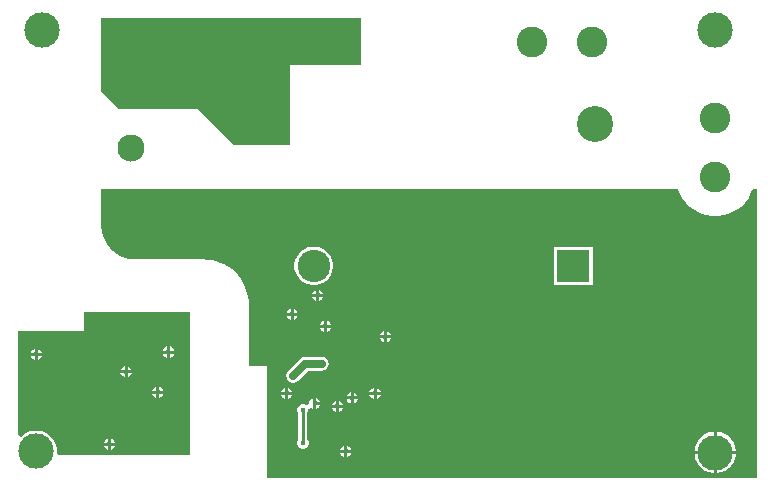
<source format=gbl>
%FSTAX23Y23*%
%MOIN*%
%SFA1B1*%

%IPPOS*%
%ADD11C,0.010000*%
%ADD39C,0.120078*%
%ADD40C,0.108268*%
%ADD41R,0.108268X0.108268*%
%ADD44C,0.025000*%
%ADD47C,0.090551*%
%ADD48C,0.102362*%
%ADD49C,0.017716*%
%ADD50C,0.118110*%
%ADD51C,0.019685*%
%LNcapbank-1*%
%LPD*%
G36*
X02362Y03622D02*
X02125D01*
Y03474*
Y03356*
X01938*
X0182Y03474*
X01555*
X01496Y03533*
Y03779*
X02362*
Y03622*
G37*
G36*
X03681Y02244D02*
X02047D01*
Y02618*
X01988*
Y02824*
X01987Y02834*
X01985Y02853*
X0198Y02872*
X01972Y0289*
X01963Y02907*
X01951Y02923*
X01937Y02937*
X01921Y02948*
X01904Y02958*
X01886Y02966*
X01868Y02971*
X01848Y02973*
X01838Y02974*
X01612*
X01604*
X01589Y02976*
X01575Y02979*
X0156Y02985*
X01547Y02993*
X01535Y03002*
X01524Y03013*
X01515Y03025*
X01507Y03038*
X01502Y03053*
X01498Y03067*
X01496Y03082*
Y0309*
Y03208*
X03419*
X03422Y03198*
X03432Y0318*
X03444Y03163*
X03458Y03149*
X03475Y03137*
X03493Y03127*
X03512Y03121*
X03533Y03118*
X03553*
X03573Y03121*
X03593Y03127*
X03611Y03137*
X03627Y03149*
X03642Y03163*
X03654Y0318*
X03663Y03198*
X03667Y03208*
X03681*
Y02244*
G37*
G36*
X01791Y02322D02*
X01352D01*
X01348Y02327*
Y02341*
X01345Y02354*
X0134Y02367*
X01333Y02378*
X01323Y02388*
X01312Y02395*
X01299Y02401*
X01286Y02403*
X01272*
X01259Y02401*
X01246Y02395*
X01235Y02388*
X0123Y02383*
X0122Y02387*
Y02736*
X01437*
Y02799*
X01791*
Y02322*
G37*
%LNcapbank-2*%
%LPC*%
G36*
X03135Y03016D02*
X03006D01*
Y02888*
X03135*
Y03016*
G37*
G36*
X02211D02*
X02198D01*
X02186Y03014*
X02174Y03009*
X02163Y03002*
X02154Y02993*
X02147Y02983*
X02143Y02971*
X0214Y02959*
Y02946*
X02143Y02934*
X02147Y02922*
X02154Y02911*
X02163Y02902*
X02174Y02895*
X02186Y02891*
X02198Y02888*
X02211*
X02223Y02891*
X02235Y02895*
X02245Y02902*
X02254Y02911*
X02261Y02922*
X02266Y02934*
X02268Y02946*
Y02959*
X02266Y02971*
X02261Y02983*
X02254Y02993*
X02245Y03002*
X02235Y03009*
X02223Y03014*
X02211Y03016*
G37*
G36*
X02222Y02872D02*
Y02859D01*
X02236*
X02233Y02865*
X02228Y0287*
X02222Y02872*
G37*
G36*
X02212D02*
X02207Y0287D01*
X02201Y02865*
X02199Y02859*
X02212*
Y02872*
G37*
G36*
X02236Y02849D02*
X02222D01*
Y02836*
X02228Y02838*
X02233Y02843*
X02236Y02849*
G37*
G36*
X02212D02*
X02199D01*
X02201Y02843*
X02207Y02838*
X02212Y02836*
Y02849*
G37*
G36*
X02137Y0281D02*
Y02796D01*
X0215*
X02148Y02802*
X02143Y02807*
X02137Y0281*
G37*
G36*
X02127D02*
X02121Y02807D01*
X02116Y02802*
X02114Y02796*
X02127*
Y0281*
G37*
G36*
X0215Y02786D02*
X02137D01*
Y02773*
X02143Y02775*
X02148Y02781*
X0215Y02786*
G37*
G36*
X02127D02*
X02114D01*
X02116Y02781*
X02121Y02775*
X02127Y02773*
Y02786*
G37*
G36*
X02248Y02769D02*
Y02756D01*
X02262*
X02259Y02762*
X02254Y02767*
X02248Y02769*
G37*
G36*
X02238D02*
X02233Y02767D01*
X02227Y02762*
X02225Y02756*
X02238*
Y02769*
G37*
G36*
X02262Y02746D02*
X02248D01*
Y02733*
X02254Y02735*
X02259Y0274*
X02262Y02746*
G37*
G36*
X02238D02*
X02225D01*
X02227Y0274*
X02233Y02735*
X02238Y02733*
Y02746*
G37*
G36*
X02448Y02735D02*
Y02721D01*
X02461*
X02459Y02727*
X02453Y02732*
X02448Y02735*
G37*
G36*
X02438D02*
X02432Y02732D01*
X02427Y02727*
X02424Y02721*
X02438*
Y02735*
G37*
G36*
X02461Y02711D02*
X02448D01*
Y02698*
X02453Y027*
X02459Y02706*
X02461Y02711*
G37*
G36*
X02438D02*
X02424D01*
X02427Y02706*
X02432Y027*
X02438Y02698*
Y02711*
G37*
G36*
X02231Y02649D02*
X02174D01*
X02166Y02647*
X02158Y02642*
X02119Y02603*
X02114Y02595*
X02112Y02586*
X02114Y02578*
X02119Y0257*
X02126Y02565*
X02135Y02563*
X02144Y02565*
X02151Y0257*
X02184Y02603*
X02231*
X02239Y02605*
X02247Y0261*
X02252Y02617*
X02254Y02626*
X02252Y02635*
X02247Y02642*
X02239Y02647*
X02231Y02649*
G37*
G36*
X02414Y02546D02*
Y02532D01*
X02427*
X02425Y02538*
X02419Y02543*
X02414Y02546*
G37*
G36*
X02404D02*
X02398Y02543D01*
X02393Y02538*
X0239Y02532*
X02404*
Y02546*
G37*
G36*
X02119Y02545D02*
Y02532D01*
X02132*
X0213Y02538*
X02124Y02543*
X02119Y02545*
G37*
G36*
X02109D02*
X02103Y02543D01*
X02098Y02538*
X02095Y02532*
X02109*
Y02545*
G37*
G36*
X02337Y02531D02*
Y02517D01*
X02351*
X02348Y02523*
X02343Y02528*
X02337Y02531*
G37*
G36*
X02327D02*
X02322Y02528D01*
X02316Y02523*
X02314Y02517*
X02327*
Y02531*
G37*
G36*
X02427Y02522D02*
X02414D01*
Y02509*
X02419Y02511*
X02425Y02517*
X02427Y02522*
G37*
G36*
X02404D02*
X0239D01*
X02393Y02517*
X02398Y02511*
X02404Y02509*
Y02522*
G37*
G36*
X02132Y02522D02*
X02119D01*
Y02509*
X02124Y02511*
X0213Y02516*
X02132Y02522*
G37*
G36*
X02109D02*
X02095D01*
X02098Y02516*
X02103Y02511*
X02109Y02509*
Y02522*
G37*
G36*
X02212Y02512D02*
Y02499D01*
X02226*
X02223Y02504*
X02218Y0251*
X02212Y02512*
G37*
G36*
X02351Y02507D02*
X02337D01*
Y02494*
X02343Y02496*
X02348Y02502*
X02351Y02507*
G37*
G36*
X02327D02*
X02314D01*
X02316Y02502*
X02322Y02496*
X02327Y02494*
Y02507*
G37*
G36*
X02288Y02502D02*
Y02489D01*
X02301*
X02299Y02494*
X02294Y025*
X02288Y02502*
G37*
G36*
X02278D02*
X02272Y025D01*
X02267Y02494*
X02265Y02489*
X02278*
Y02502*
G37*
G36*
X02202Y02512D02*
X02197Y0251D01*
X02191Y02504*
X02188Y02497*
Y02493*
X0218Y02488*
X02179Y02488*
X02178Y02489*
X02171Y02492*
X02164*
X02157Y02489*
X02151Y02483*
X02149Y02476*
Y02469*
X02151Y02462*
X02153Y02461*
Y02372*
X02153Y02372*
X0215Y02365*
Y02358*
X02153Y02351*
X02158Y02346*
X02165Y02343*
X02173*
X02179Y02346*
X02185Y02351*
X02188Y02358*
Y02365*
X02185Y02372*
X02183Y02374*
Y02462*
X02183Y02462*
X02186Y02469*
Y02474*
X02194Y02478*
X02196Y02479*
X02197Y02478*
X02202Y02475*
Y02494*
Y02512*
G37*
G36*
X02226Y02489D02*
X02212D01*
Y02475*
X02218Y02478*
X02223Y02483*
X02226Y02489*
G37*
G36*
X02301Y02479D02*
X02288D01*
Y02465*
X02294Y02468*
X02299Y02473*
X02301Y02479*
G37*
G36*
X02278D02*
X02265D01*
X02267Y02473*
X02272Y02468*
X02278Y02465*
Y02479*
G37*
G36*
X02316Y02352D02*
Y02339D01*
X02329*
X02327Y02345*
X02321Y0235*
X02316Y02352*
G37*
G36*
X02306D02*
X023Y0235D01*
X02295Y02345*
X02292Y02339*
X02306*
Y02352*
G37*
G36*
X0355Y02399D02*
X03548D01*
Y02335*
X03612*
Y02337*
X03609Y0235*
X03604Y02363*
X03596Y02374*
X03587Y02384*
X03576Y02391*
X03563Y02397*
X0355Y02399*
G37*
G36*
X03538D02*
X03536D01*
X03523Y02397*
X0351Y02391*
X03499Y02384*
X03489Y02374*
X03482Y02363*
X03476Y0235*
X03474Y02337*
Y02335*
X03538*
Y02399*
G37*
G36*
X02329Y02329D02*
X02316D01*
Y02316*
X02321Y02318*
X02327Y02323*
X02329Y02329*
G37*
G36*
X02306D02*
X02292D01*
X02295Y02323*
X023Y02318*
X02306Y02316*
Y02329*
G37*
G36*
X03612Y02325D02*
X03548D01*
Y02261*
X0355*
X03563Y02264*
X03576Y02269*
X03587Y02277*
X03596Y02286*
X03604Y02298*
X03609Y0231*
X03612Y02323*
Y02325*
G37*
G36*
X03538D02*
X03474D01*
Y02323*
X03476Y0231*
X03482Y02298*
X03489Y02286*
X03499Y02277*
X0351Y02269*
X03523Y02264*
X03536Y02261*
X03538*
Y02325*
G37*
G36*
X01725Y02684D02*
Y0267D01*
X01739*
X01737Y02676*
X01731Y02682*
X01725Y02684*
G37*
G36*
X01715D02*
X01709Y02682D01*
X01703Y02676*
X01701Y0267*
X01715*
Y02684*
G37*
G36*
X01284Y02675D02*
Y02662D01*
X01297*
X01295Y02668*
X0129Y02673*
X01284Y02675*
G37*
G36*
X01274D02*
X01268Y02673D01*
X01263Y02668*
X01261Y02662*
X01274*
Y02675*
G37*
G36*
X01739Y0266D02*
X01725D01*
Y02645*
X01731Y02648*
X01737Y02654*
X01739Y0266*
G37*
G36*
X01715D02*
X01701D01*
X01703Y02654*
X01709Y02648*
X01715Y02645*
Y0266*
G37*
G36*
X01297Y02652D02*
X01284D01*
Y02638*
X0129Y02641*
X01295Y02646*
X01297Y02652*
G37*
G36*
X01274D02*
X01261D01*
X01263Y02646*
X01268Y02641*
X01274Y02638*
Y02652*
G37*
G36*
X01584Y02618D02*
Y02604D01*
X01597*
X01595Y0261*
X01589Y02615*
X01584Y02618*
G37*
G36*
X01574D02*
X01568Y02615D01*
X01563Y0261*
X0156Y02604*
X01574*
Y02618*
G37*
G36*
X01597Y02594D02*
X01584D01*
Y02581*
X01589Y02584*
X01595Y02589*
X01597Y02594*
G37*
G36*
X01574D02*
X0156D01*
X01563Y02589*
X01568Y02584*
X01574Y02581*
Y02594*
G37*
G36*
X0169Y02549D02*
Y02536D01*
X01703*
X01701Y02542*
X01695Y02547*
X0169Y02549*
G37*
G36*
X0168D02*
X01674Y02547D01*
X01669Y02542*
X01666Y02536*
X0168*
Y02549*
G37*
G36*
X01703Y02526D02*
X0169D01*
Y02513*
X01695Y02515*
X01701Y0252*
X01703Y02526*
G37*
G36*
X0168D02*
X01666D01*
X01669Y0252*
X01674Y02515*
X0168Y02513*
Y02526*
G37*
G36*
X01528Y02376D02*
Y02363D01*
X01541*
X01539Y02369*
X01534Y02374*
X01528Y02376*
G37*
G36*
X01518D02*
X01512Y02374D01*
X01507Y02369*
X01505Y02363*
X01518*
Y02376*
G37*
G36*
X01541Y02353D02*
X01528D01*
Y0234*
X01534Y02342*
X01539Y02347*
X01541Y02353*
G37*
G36*
X01518D02*
X01505D01*
X01507Y02347*
X01512Y02342*
X01518Y0234*
Y02353*
G37*
%LNcapbank-3*%
%LPD*%
G54D11*
X02168Y02362D02*
Y02472D01*
Y02362D02*
X02169Y02362D01*
X02167Y02473D02*
X02168Y02472D01*
G54D39*
X02055Y03425D03*
X03141D03*
G54D40*
X02204Y02952D03*
G54D41*
X0307Y02952D03*
G54D44*
X02135Y02586D02*
X02174Y02626D01*
X02231*
G54D47*
X01594Y03149D03*
Y03346D03*
Y03546D03*
G54D48*
X03543Y02598D03*
Y02796D03*
Y03248D03*
Y03446D03*
X02933Y037D03*
X03131D03*
X02067D03*
X02265D03*
G54D49*
X01279Y02657D03*
X02132Y02791D03*
X02135Y02586D03*
X02283Y02484D03*
X02231Y02626D03*
X02243Y02751D03*
X01579Y02599D03*
X02167Y02473D03*
X02169Y02362D03*
X02311Y02334D03*
X02443Y02716D03*
X02114Y02527D03*
X02207Y02494D03*
X02409Y02527D03*
X02332Y02512D03*
X02217Y02854D03*
X01523Y02358D03*
X01685Y02531D03*
G54D50*
X03543Y0233D03*
Y0374D03*
X01279Y02334D03*
X01299Y0374D03*
G54D51*
X0172Y02665D03*
M02*
</source>
